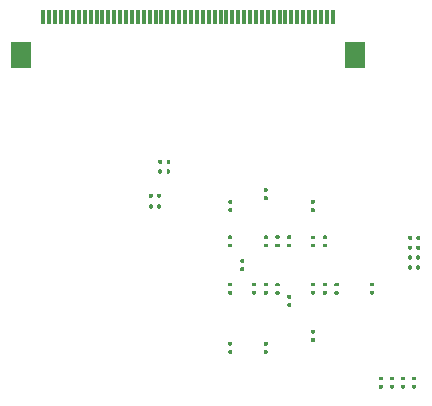
<source format=gbp>
G04 #@! TF.GenerationSoftware,KiCad,Pcbnew,(5.1.10-1-10_14)*
G04 #@! TF.CreationDate,2021-07-07T11:21:34+02:00*
G04 #@! TF.ProjectId,gb-fpga,67622d66-7067-4612-9e6b-696361645f70,rev?*
G04 #@! TF.SameCoordinates,Original*
G04 #@! TF.FileFunction,Paste,Bot*
G04 #@! TF.FilePolarity,Positive*
%FSLAX46Y46*%
G04 Gerber Fmt 4.6, Leading zero omitted, Abs format (unit mm)*
G04 Created by KiCad (PCBNEW (5.1.10-1-10_14)) date 2021-07-07 11:21:34*
%MOMM*%
%LPD*%
G01*
G04 APERTURE LIST*
%ADD10R,1.800000X2.200000*%
%ADD11R,0.300000X1.300000*%
G04 APERTURE END LIST*
D10*
X26350000Y68600000D03*
X54650000Y68600000D03*
D11*
X52750000Y71850000D03*
X52250000Y71850000D03*
X51750000Y71850000D03*
X51250000Y71850000D03*
X50750000Y71850000D03*
X50250000Y71850000D03*
X49750000Y71850000D03*
X49250000Y71850000D03*
X48750000Y71850000D03*
X48250000Y71850000D03*
X47750000Y71850000D03*
X47250000Y71850000D03*
X46750000Y71850000D03*
X46250000Y71850000D03*
X45750000Y71850000D03*
X45250000Y71850000D03*
X44750000Y71850000D03*
X44250000Y71850000D03*
X43750000Y71850000D03*
X43250000Y71850000D03*
X42750000Y71850000D03*
X42250000Y71850000D03*
X41750000Y71850000D03*
X41250000Y71850000D03*
X40750000Y71850000D03*
X40250000Y71850000D03*
X39750000Y71850000D03*
X39250000Y71850000D03*
X38750000Y71850000D03*
X38250000Y71850000D03*
X37750000Y71850000D03*
X37250000Y71850000D03*
X36750000Y71850000D03*
X36250000Y71850000D03*
X35750000Y71850000D03*
X35250000Y71850000D03*
X34750000Y71850000D03*
X34250000Y71850000D03*
X33750000Y71850000D03*
X33250000Y71850000D03*
X32750000Y71850000D03*
X32250000Y71850000D03*
X31750000Y71850000D03*
X31250000Y71850000D03*
X30750000Y71850000D03*
X30250000Y71850000D03*
X29750000Y71850000D03*
X29250000Y71850000D03*
X28750000Y71850000D03*
X28250000Y71850000D03*
G36*
G01*
X51974500Y49354000D02*
X52175500Y49354000D01*
G75*
G02*
X52255000Y49274500I0J-79500D01*
G01*
X52255000Y49115500D01*
G75*
G02*
X52175500Y49036000I-79500J0D01*
G01*
X51974500Y49036000D01*
G75*
G02*
X51895000Y49115500I0J79500D01*
G01*
X51895000Y49274500D01*
G75*
G02*
X51974500Y49354000I79500J0D01*
G01*
G37*
G36*
G01*
X51974500Y48664000D02*
X52175500Y48664000D01*
G75*
G02*
X52255000Y48584500I0J-79500D01*
G01*
X52255000Y48425500D01*
G75*
G02*
X52175500Y48346000I-79500J0D01*
G01*
X51974500Y48346000D01*
G75*
G02*
X51895000Y48425500I0J79500D01*
G01*
X51895000Y48584500D01*
G75*
G02*
X51974500Y48664000I79500J0D01*
G01*
G37*
G36*
G01*
X46175500Y49036000D02*
X45974500Y49036000D01*
G75*
G02*
X45895000Y49115500I0J79500D01*
G01*
X45895000Y49274500D01*
G75*
G02*
X45974500Y49354000I79500J0D01*
G01*
X46175500Y49354000D01*
G75*
G02*
X46255000Y49274500I0J-79500D01*
G01*
X46255000Y49115500D01*
G75*
G02*
X46175500Y49036000I-79500J0D01*
G01*
G37*
G36*
G01*
X46175500Y48346000D02*
X45974500Y48346000D01*
G75*
G02*
X45895000Y48425500I0J79500D01*
G01*
X45895000Y48584500D01*
G75*
G02*
X45974500Y48664000I79500J0D01*
G01*
X46175500Y48664000D01*
G75*
G02*
X46255000Y48584500I0J-79500D01*
G01*
X46255000Y48425500D01*
G75*
G02*
X46175500Y48346000I-79500J0D01*
G01*
G37*
G36*
G01*
X49175500Y47321000D02*
X48974500Y47321000D01*
G75*
G02*
X48895000Y47400500I0J79500D01*
G01*
X48895000Y47559500D01*
G75*
G02*
X48974500Y47639000I79500J0D01*
G01*
X49175500Y47639000D01*
G75*
G02*
X49255000Y47559500I0J-79500D01*
G01*
X49255000Y47400500D01*
G75*
G02*
X49175500Y47321000I-79500J0D01*
G01*
G37*
G36*
G01*
X49175500Y48011000D02*
X48974500Y48011000D01*
G75*
G02*
X48895000Y48090500I0J79500D01*
G01*
X48895000Y48249500D01*
G75*
G02*
X48974500Y48329000I79500J0D01*
G01*
X49175500Y48329000D01*
G75*
G02*
X49255000Y48249500I0J-79500D01*
G01*
X49255000Y48090500D01*
G75*
G02*
X49175500Y48011000I-79500J0D01*
G01*
G37*
G36*
G01*
X55974500Y48664000D02*
X56175500Y48664000D01*
G75*
G02*
X56255000Y48584500I0J-79500D01*
G01*
X56255000Y48425500D01*
G75*
G02*
X56175500Y48346000I-79500J0D01*
G01*
X55974500Y48346000D01*
G75*
G02*
X55895000Y48425500I0J79500D01*
G01*
X55895000Y48584500D01*
G75*
G02*
X55974500Y48664000I79500J0D01*
G01*
G37*
G36*
G01*
X55974500Y49354000D02*
X56175500Y49354000D01*
G75*
G02*
X56255000Y49274500I0J-79500D01*
G01*
X56255000Y49115500D01*
G75*
G02*
X56175500Y49036000I-79500J0D01*
G01*
X55974500Y49036000D01*
G75*
G02*
X55895000Y49115500I0J79500D01*
G01*
X55895000Y49274500D01*
G75*
G02*
X55974500Y49354000I79500J0D01*
G01*
G37*
G36*
G01*
X47175500Y53036000D02*
X46974500Y53036000D01*
G75*
G02*
X46895000Y53115500I0J79500D01*
G01*
X46895000Y53274500D01*
G75*
G02*
X46974500Y53354000I79500J0D01*
G01*
X47175500Y53354000D01*
G75*
G02*
X47255000Y53274500I0J-79500D01*
G01*
X47255000Y53115500D01*
G75*
G02*
X47175500Y53036000I-79500J0D01*
G01*
G37*
G36*
G01*
X47175500Y52346000D02*
X46974500Y52346000D01*
G75*
G02*
X46895000Y52425500I0J79500D01*
G01*
X46895000Y52584500D01*
G75*
G02*
X46974500Y52664000I79500J0D01*
G01*
X47175500Y52664000D01*
G75*
G02*
X47255000Y52584500I0J-79500D01*
G01*
X47255000Y52425500D01*
G75*
G02*
X47175500Y52346000I-79500J0D01*
G01*
G37*
G36*
G01*
X49175500Y52346000D02*
X48974500Y52346000D01*
G75*
G02*
X48895000Y52425500I0J79500D01*
G01*
X48895000Y52584500D01*
G75*
G02*
X48974500Y52664000I79500J0D01*
G01*
X49175500Y52664000D01*
G75*
G02*
X49255000Y52584500I0J-79500D01*
G01*
X49255000Y52425500D01*
G75*
G02*
X49175500Y52346000I-79500J0D01*
G01*
G37*
G36*
G01*
X49175500Y53036000D02*
X48974500Y53036000D01*
G75*
G02*
X48895000Y53115500I0J79500D01*
G01*
X48895000Y53274500D01*
G75*
G02*
X48974500Y53354000I79500J0D01*
G01*
X49175500Y53354000D01*
G75*
G02*
X49255000Y53274500I0J-79500D01*
G01*
X49255000Y53115500D01*
G75*
G02*
X49175500Y53036000I-79500J0D01*
G01*
G37*
G36*
G01*
X50974500Y52659000D02*
X51175500Y52659000D01*
G75*
G02*
X51255000Y52579500I0J-79500D01*
G01*
X51255000Y52420500D01*
G75*
G02*
X51175500Y52341000I-79500J0D01*
G01*
X50974500Y52341000D01*
G75*
G02*
X50895000Y52420500I0J79500D01*
G01*
X50895000Y52579500D01*
G75*
G02*
X50974500Y52659000I79500J0D01*
G01*
G37*
G36*
G01*
X50974500Y53349000D02*
X51175500Y53349000D01*
G75*
G02*
X51255000Y53269500I0J-79500D01*
G01*
X51255000Y53110500D01*
G75*
G02*
X51175500Y53031000I-79500J0D01*
G01*
X50974500Y53031000D01*
G75*
G02*
X50895000Y53110500I0J79500D01*
G01*
X50895000Y53269500D01*
G75*
G02*
X50974500Y53349000I79500J0D01*
G01*
G37*
G36*
G01*
X48175500Y48346000D02*
X47974500Y48346000D01*
G75*
G02*
X47895000Y48425500I0J79500D01*
G01*
X47895000Y48584500D01*
G75*
G02*
X47974500Y48664000I79500J0D01*
G01*
X48175500Y48664000D01*
G75*
G02*
X48255000Y48584500I0J-79500D01*
G01*
X48255000Y48425500D01*
G75*
G02*
X48175500Y48346000I-79500J0D01*
G01*
G37*
G36*
G01*
X48175500Y49036000D02*
X47974500Y49036000D01*
G75*
G02*
X47895000Y49115500I0J79500D01*
G01*
X47895000Y49274500D01*
G75*
G02*
X47974500Y49354000I79500J0D01*
G01*
X48175500Y49354000D01*
G75*
G02*
X48255000Y49274500I0J-79500D01*
G01*
X48255000Y49115500D01*
G75*
G02*
X48175500Y49036000I-79500J0D01*
G01*
G37*
G36*
G01*
X47974500Y52664000D02*
X48175500Y52664000D01*
G75*
G02*
X48255000Y52584500I0J-79500D01*
G01*
X48255000Y52425500D01*
G75*
G02*
X48175500Y52346000I-79500J0D01*
G01*
X47974500Y52346000D01*
G75*
G02*
X47895000Y52425500I0J79500D01*
G01*
X47895000Y52584500D01*
G75*
G02*
X47974500Y52664000I79500J0D01*
G01*
G37*
G36*
G01*
X47974500Y53354000D02*
X48175500Y53354000D01*
G75*
G02*
X48255000Y53274500I0J-79500D01*
G01*
X48255000Y53115500D01*
G75*
G02*
X48175500Y53036000I-79500J0D01*
G01*
X47974500Y53036000D01*
G75*
G02*
X47895000Y53115500I0J79500D01*
G01*
X47895000Y53274500D01*
G75*
G02*
X47974500Y53354000I79500J0D01*
G01*
G37*
G36*
G01*
X51175500Y48346000D02*
X50974500Y48346000D01*
G75*
G02*
X50895000Y48425500I0J79500D01*
G01*
X50895000Y48584500D01*
G75*
G02*
X50974500Y48664000I79500J0D01*
G01*
X51175500Y48664000D01*
G75*
G02*
X51255000Y48584500I0J-79500D01*
G01*
X51255000Y48425500D01*
G75*
G02*
X51175500Y48346000I-79500J0D01*
G01*
G37*
G36*
G01*
X51175500Y49036000D02*
X50974500Y49036000D01*
G75*
G02*
X50895000Y49115500I0J79500D01*
G01*
X50895000Y49274500D01*
G75*
G02*
X50974500Y49354000I79500J0D01*
G01*
X51175500Y49354000D01*
G75*
G02*
X51255000Y49274500I0J-79500D01*
G01*
X51255000Y49115500D01*
G75*
G02*
X51175500Y49036000I-79500J0D01*
G01*
G37*
G36*
G01*
X52175500Y53036000D02*
X51974500Y53036000D01*
G75*
G02*
X51895000Y53115500I0J79500D01*
G01*
X51895000Y53274500D01*
G75*
G02*
X51974500Y53354000I79500J0D01*
G01*
X52175500Y53354000D01*
G75*
G02*
X52255000Y53274500I0J-79500D01*
G01*
X52255000Y53115500D01*
G75*
G02*
X52175500Y53036000I-79500J0D01*
G01*
G37*
G36*
G01*
X52175500Y52346000D02*
X51974500Y52346000D01*
G75*
G02*
X51895000Y52425500I0J79500D01*
G01*
X51895000Y52584500D01*
G75*
G02*
X51974500Y52664000I79500J0D01*
G01*
X52175500Y52664000D01*
G75*
G02*
X52255000Y52584500I0J-79500D01*
G01*
X52255000Y52425500D01*
G75*
G02*
X52175500Y52346000I-79500J0D01*
G01*
G37*
G36*
G01*
X46974500Y48664000D02*
X47175500Y48664000D01*
G75*
G02*
X47255000Y48584500I0J-79500D01*
G01*
X47255000Y48425500D01*
G75*
G02*
X47175500Y48346000I-79500J0D01*
G01*
X46974500Y48346000D01*
G75*
G02*
X46895000Y48425500I0J79500D01*
G01*
X46895000Y48584500D01*
G75*
G02*
X46974500Y48664000I79500J0D01*
G01*
G37*
G36*
G01*
X46974500Y49354000D02*
X47175500Y49354000D01*
G75*
G02*
X47255000Y49274500I0J-79500D01*
G01*
X47255000Y49115500D01*
G75*
G02*
X47175500Y49036000I-79500J0D01*
G01*
X46974500Y49036000D01*
G75*
G02*
X46895000Y49115500I0J79500D01*
G01*
X46895000Y49274500D01*
G75*
G02*
X46974500Y49354000I79500J0D01*
G01*
G37*
G36*
G01*
X53175500Y48351000D02*
X52974500Y48351000D01*
G75*
G02*
X52895000Y48430500I0J79500D01*
G01*
X52895000Y48589500D01*
G75*
G02*
X52974500Y48669000I79500J0D01*
G01*
X53175500Y48669000D01*
G75*
G02*
X53255000Y48589500I0J-79500D01*
G01*
X53255000Y48430500D01*
G75*
G02*
X53175500Y48351000I-79500J0D01*
G01*
G37*
G36*
G01*
X53175500Y49041000D02*
X52974500Y49041000D01*
G75*
G02*
X52895000Y49120500I0J79500D01*
G01*
X52895000Y49279500D01*
G75*
G02*
X52974500Y49359000I79500J0D01*
G01*
X53175500Y49359000D01*
G75*
G02*
X53255000Y49279500I0J-79500D01*
G01*
X53255000Y49120500D01*
G75*
G02*
X53175500Y49041000I-79500J0D01*
G01*
G37*
G36*
G01*
X39004000Y59700500D02*
X39004000Y59499500D01*
G75*
G02*
X38924500Y59420000I-79500J0D01*
G01*
X38765500Y59420000D01*
G75*
G02*
X38686000Y59499500I0J79500D01*
G01*
X38686000Y59700500D01*
G75*
G02*
X38765500Y59780000I79500J0D01*
G01*
X38924500Y59780000D01*
G75*
G02*
X39004000Y59700500I0J-79500D01*
G01*
G37*
G36*
G01*
X38314000Y59700500D02*
X38314000Y59499500D01*
G75*
G02*
X38234500Y59420000I-79500J0D01*
G01*
X38075500Y59420000D01*
G75*
G02*
X37996000Y59499500I0J79500D01*
G01*
X37996000Y59700500D01*
G75*
G02*
X38075500Y59780000I79500J0D01*
G01*
X38234500Y59780000D01*
G75*
G02*
X38314000Y59700500I0J-79500D01*
G01*
G37*
G36*
G01*
X59836000Y52219500D02*
X59836000Y52420500D01*
G75*
G02*
X59915500Y52500000I79500J0D01*
G01*
X60074500Y52500000D01*
G75*
G02*
X60154000Y52420500I0J-79500D01*
G01*
X60154000Y52219500D01*
G75*
G02*
X60074500Y52140000I-79500J0D01*
G01*
X59915500Y52140000D01*
G75*
G02*
X59836000Y52219500I0J79500D01*
G01*
G37*
G36*
G01*
X59146000Y52219500D02*
X59146000Y52420500D01*
G75*
G02*
X59225500Y52500000I79500J0D01*
G01*
X59384500Y52500000D01*
G75*
G02*
X59464000Y52420500I0J-79500D01*
G01*
X59464000Y52219500D01*
G75*
G02*
X59384500Y52140000I-79500J0D01*
G01*
X59225500Y52140000D01*
G75*
G02*
X59146000Y52219500I0J79500D01*
G01*
G37*
G36*
G01*
X57659500Y40704000D02*
X57860500Y40704000D01*
G75*
G02*
X57940000Y40624500I0J-79500D01*
G01*
X57940000Y40465500D01*
G75*
G02*
X57860500Y40386000I-79500J0D01*
G01*
X57659500Y40386000D01*
G75*
G02*
X57580000Y40465500I0J79500D01*
G01*
X57580000Y40624500D01*
G75*
G02*
X57659500Y40704000I79500J0D01*
G01*
G37*
G36*
G01*
X57659500Y41394000D02*
X57860500Y41394000D01*
G75*
G02*
X57940000Y41314500I0J-79500D01*
G01*
X57940000Y41155500D01*
G75*
G02*
X57860500Y41076000I-79500J0D01*
G01*
X57659500Y41076000D01*
G75*
G02*
X57580000Y41155500I0J79500D01*
G01*
X57580000Y41314500D01*
G75*
G02*
X57659500Y41394000I79500J0D01*
G01*
G37*
G36*
G01*
X43974500Y44354000D02*
X44175500Y44354000D01*
G75*
G02*
X44255000Y44274500I0J-79500D01*
G01*
X44255000Y44115500D01*
G75*
G02*
X44175500Y44036000I-79500J0D01*
G01*
X43974500Y44036000D01*
G75*
G02*
X43895000Y44115500I0J79500D01*
G01*
X43895000Y44274500D01*
G75*
G02*
X43974500Y44354000I79500J0D01*
G01*
G37*
G36*
G01*
X43974500Y43664000D02*
X44175500Y43664000D01*
G75*
G02*
X44255000Y43584500I0J-79500D01*
G01*
X44255000Y43425500D01*
G75*
G02*
X44175500Y43346000I-79500J0D01*
G01*
X43974500Y43346000D01*
G75*
G02*
X43895000Y43425500I0J79500D01*
G01*
X43895000Y43584500D01*
G75*
G02*
X43974500Y43664000I79500J0D01*
G01*
G37*
G36*
G01*
X44974500Y51354000D02*
X45175500Y51354000D01*
G75*
G02*
X45255000Y51274500I0J-79500D01*
G01*
X45255000Y51115500D01*
G75*
G02*
X45175500Y51036000I-79500J0D01*
G01*
X44974500Y51036000D01*
G75*
G02*
X44895000Y51115500I0J79500D01*
G01*
X44895000Y51274500D01*
G75*
G02*
X44974500Y51354000I79500J0D01*
G01*
G37*
G36*
G01*
X44974500Y50664000D02*
X45175500Y50664000D01*
G75*
G02*
X45255000Y50584500I0J-79500D01*
G01*
X45255000Y50425500D01*
G75*
G02*
X45175500Y50346000I-79500J0D01*
G01*
X44974500Y50346000D01*
G75*
G02*
X44895000Y50425500I0J79500D01*
G01*
X44895000Y50584500D01*
G75*
G02*
X44974500Y50664000I79500J0D01*
G01*
G37*
G36*
G01*
X43974500Y48664000D02*
X44175500Y48664000D01*
G75*
G02*
X44255000Y48584500I0J-79500D01*
G01*
X44255000Y48425500D01*
G75*
G02*
X44175500Y48346000I-79500J0D01*
G01*
X43974500Y48346000D01*
G75*
G02*
X43895000Y48425500I0J79500D01*
G01*
X43895000Y48584500D01*
G75*
G02*
X43974500Y48664000I79500J0D01*
G01*
G37*
G36*
G01*
X43974500Y49354000D02*
X44175500Y49354000D01*
G75*
G02*
X44255000Y49274500I0J-79500D01*
G01*
X44255000Y49115500D01*
G75*
G02*
X44175500Y49036000I-79500J0D01*
G01*
X43974500Y49036000D01*
G75*
G02*
X43895000Y49115500I0J79500D01*
G01*
X43895000Y49274500D01*
G75*
G02*
X43974500Y49354000I79500J0D01*
G01*
G37*
G36*
G01*
X51175500Y44346000D02*
X50974500Y44346000D01*
G75*
G02*
X50895000Y44425500I0J79500D01*
G01*
X50895000Y44584500D01*
G75*
G02*
X50974500Y44664000I79500J0D01*
G01*
X51175500Y44664000D01*
G75*
G02*
X51255000Y44584500I0J-79500D01*
G01*
X51255000Y44425500D01*
G75*
G02*
X51175500Y44346000I-79500J0D01*
G01*
G37*
G36*
G01*
X51175500Y45036000D02*
X50974500Y45036000D01*
G75*
G02*
X50895000Y45115500I0J79500D01*
G01*
X50895000Y45274500D01*
G75*
G02*
X50974500Y45354000I79500J0D01*
G01*
X51175500Y45354000D01*
G75*
G02*
X51255000Y45274500I0J-79500D01*
G01*
X51255000Y45115500D01*
G75*
G02*
X51175500Y45036000I-79500J0D01*
G01*
G37*
G36*
G01*
X56719500Y40704000D02*
X56920500Y40704000D01*
G75*
G02*
X57000000Y40624500I0J-79500D01*
G01*
X57000000Y40465500D01*
G75*
G02*
X56920500Y40386000I-79500J0D01*
G01*
X56719500Y40386000D01*
G75*
G02*
X56640000Y40465500I0J79500D01*
G01*
X56640000Y40624500D01*
G75*
G02*
X56719500Y40704000I79500J0D01*
G01*
G37*
G36*
G01*
X56719500Y41394000D02*
X56920500Y41394000D01*
G75*
G02*
X57000000Y41314500I0J-79500D01*
G01*
X57000000Y41155500D01*
G75*
G02*
X56920500Y41076000I-79500J0D01*
G01*
X56719500Y41076000D01*
G75*
G02*
X56640000Y41155500I0J79500D01*
G01*
X56640000Y41314500D01*
G75*
G02*
X56719500Y41394000I79500J0D01*
G01*
G37*
G36*
G01*
X58589500Y41394000D02*
X58790500Y41394000D01*
G75*
G02*
X58870000Y41314500I0J-79500D01*
G01*
X58870000Y41155500D01*
G75*
G02*
X58790500Y41076000I-79500J0D01*
G01*
X58589500Y41076000D01*
G75*
G02*
X58510000Y41155500I0J79500D01*
G01*
X58510000Y41314500D01*
G75*
G02*
X58589500Y41394000I79500J0D01*
G01*
G37*
G36*
G01*
X58589500Y40704000D02*
X58790500Y40704000D01*
G75*
G02*
X58870000Y40624500I0J-79500D01*
G01*
X58870000Y40465500D01*
G75*
G02*
X58790500Y40386000I-79500J0D01*
G01*
X58589500Y40386000D01*
G75*
G02*
X58510000Y40465500I0J79500D01*
G01*
X58510000Y40624500D01*
G75*
G02*
X58589500Y40704000I79500J0D01*
G01*
G37*
G36*
G01*
X59146000Y51379500D02*
X59146000Y51580500D01*
G75*
G02*
X59225500Y51660000I79500J0D01*
G01*
X59384500Y51660000D01*
G75*
G02*
X59464000Y51580500I0J-79500D01*
G01*
X59464000Y51379500D01*
G75*
G02*
X59384500Y51300000I-79500J0D01*
G01*
X59225500Y51300000D01*
G75*
G02*
X59146000Y51379500I0J79500D01*
G01*
G37*
G36*
G01*
X59836000Y51379500D02*
X59836000Y51580500D01*
G75*
G02*
X59915500Y51660000I79500J0D01*
G01*
X60074500Y51660000D01*
G75*
G02*
X60154000Y51580500I0J-79500D01*
G01*
X60154000Y51379500D01*
G75*
G02*
X60074500Y51300000I-79500J0D01*
G01*
X59915500Y51300000D01*
G75*
G02*
X59836000Y51379500I0J79500D01*
G01*
G37*
G36*
G01*
X44175500Y53036000D02*
X43974500Y53036000D01*
G75*
G02*
X43895000Y53115500I0J79500D01*
G01*
X43895000Y53274500D01*
G75*
G02*
X43974500Y53354000I79500J0D01*
G01*
X44175500Y53354000D01*
G75*
G02*
X44255000Y53274500I0J-79500D01*
G01*
X44255000Y53115500D01*
G75*
G02*
X44175500Y53036000I-79500J0D01*
G01*
G37*
G36*
G01*
X44175500Y52346000D02*
X43974500Y52346000D01*
G75*
G02*
X43895000Y52425500I0J79500D01*
G01*
X43895000Y52584500D01*
G75*
G02*
X43974500Y52664000I79500J0D01*
G01*
X44175500Y52664000D01*
G75*
G02*
X44255000Y52584500I0J-79500D01*
G01*
X44255000Y52425500D01*
G75*
G02*
X44175500Y52346000I-79500J0D01*
G01*
G37*
G36*
G01*
X43974500Y55664000D02*
X44175500Y55664000D01*
G75*
G02*
X44255000Y55584500I0J-79500D01*
G01*
X44255000Y55425500D01*
G75*
G02*
X44175500Y55346000I-79500J0D01*
G01*
X43974500Y55346000D01*
G75*
G02*
X43895000Y55425500I0J79500D01*
G01*
X43895000Y55584500D01*
G75*
G02*
X43974500Y55664000I79500J0D01*
G01*
G37*
G36*
G01*
X43974500Y56354000D02*
X44175500Y56354000D01*
G75*
G02*
X44255000Y56274500I0J-79500D01*
G01*
X44255000Y56115500D01*
G75*
G02*
X44175500Y56036000I-79500J0D01*
G01*
X43974500Y56036000D01*
G75*
G02*
X43895000Y56115500I0J79500D01*
G01*
X43895000Y56274500D01*
G75*
G02*
X43974500Y56354000I79500J0D01*
G01*
G37*
G36*
G01*
X47175500Y56346000D02*
X46974500Y56346000D01*
G75*
G02*
X46895000Y56425500I0J79500D01*
G01*
X46895000Y56584500D01*
G75*
G02*
X46974500Y56664000I79500J0D01*
G01*
X47175500Y56664000D01*
G75*
G02*
X47255000Y56584500I0J-79500D01*
G01*
X47255000Y56425500D01*
G75*
G02*
X47175500Y56346000I-79500J0D01*
G01*
G37*
G36*
G01*
X47175500Y57036000D02*
X46974500Y57036000D01*
G75*
G02*
X46895000Y57115500I0J79500D01*
G01*
X46895000Y57274500D01*
G75*
G02*
X46974500Y57354000I79500J0D01*
G01*
X47175500Y57354000D01*
G75*
G02*
X47255000Y57274500I0J-79500D01*
G01*
X47255000Y57115500D01*
G75*
G02*
X47175500Y57036000I-79500J0D01*
G01*
G37*
G36*
G01*
X59519500Y40704000D02*
X59720500Y40704000D01*
G75*
G02*
X59800000Y40624500I0J-79500D01*
G01*
X59800000Y40465500D01*
G75*
G02*
X59720500Y40386000I-79500J0D01*
G01*
X59519500Y40386000D01*
G75*
G02*
X59440000Y40465500I0J79500D01*
G01*
X59440000Y40624500D01*
G75*
G02*
X59519500Y40704000I79500J0D01*
G01*
G37*
G36*
G01*
X59519500Y41394000D02*
X59720500Y41394000D01*
G75*
G02*
X59800000Y41314500I0J-79500D01*
G01*
X59800000Y41155500D01*
G75*
G02*
X59720500Y41076000I-79500J0D01*
G01*
X59519500Y41076000D01*
G75*
G02*
X59440000Y41155500I0J79500D01*
G01*
X59440000Y41314500D01*
G75*
G02*
X59519500Y41394000I79500J0D01*
G01*
G37*
G36*
G01*
X59146000Y53049500D02*
X59146000Y53250500D01*
G75*
G02*
X59225500Y53330000I79500J0D01*
G01*
X59384500Y53330000D01*
G75*
G02*
X59464000Y53250500I0J-79500D01*
G01*
X59464000Y53049500D01*
G75*
G02*
X59384500Y52970000I-79500J0D01*
G01*
X59225500Y52970000D01*
G75*
G02*
X59146000Y53049500I0J79500D01*
G01*
G37*
G36*
G01*
X59836000Y53049500D02*
X59836000Y53250500D01*
G75*
G02*
X59915500Y53330000I79500J0D01*
G01*
X60074500Y53330000D01*
G75*
G02*
X60154000Y53250500I0J-79500D01*
G01*
X60154000Y53049500D01*
G75*
G02*
X60074500Y52970000I-79500J0D01*
G01*
X59915500Y52970000D01*
G75*
G02*
X59836000Y53049500I0J79500D01*
G01*
G37*
G36*
G01*
X38204000Y56810500D02*
X38204000Y56609500D01*
G75*
G02*
X38124500Y56530000I-79500J0D01*
G01*
X37965500Y56530000D01*
G75*
G02*
X37886000Y56609500I0J79500D01*
G01*
X37886000Y56810500D01*
G75*
G02*
X37965500Y56890000I79500J0D01*
G01*
X38124500Y56890000D01*
G75*
G02*
X38204000Y56810500I0J-79500D01*
G01*
G37*
G36*
G01*
X37514000Y56810500D02*
X37514000Y56609500D01*
G75*
G02*
X37434500Y56530000I-79500J0D01*
G01*
X37275500Y56530000D01*
G75*
G02*
X37196000Y56609500I0J79500D01*
G01*
X37196000Y56810500D01*
G75*
G02*
X37275500Y56890000I79500J0D01*
G01*
X37434500Y56890000D01*
G75*
G02*
X37514000Y56810500I0J-79500D01*
G01*
G37*
G36*
G01*
X38304000Y58870500D02*
X38304000Y58669500D01*
G75*
G02*
X38224500Y58590000I-79500J0D01*
G01*
X38065500Y58590000D01*
G75*
G02*
X37986000Y58669500I0J79500D01*
G01*
X37986000Y58870500D01*
G75*
G02*
X38065500Y58950000I79500J0D01*
G01*
X38224500Y58950000D01*
G75*
G02*
X38304000Y58870500I0J-79500D01*
G01*
G37*
G36*
G01*
X38994000Y58870500D02*
X38994000Y58669500D01*
G75*
G02*
X38914500Y58590000I-79500J0D01*
G01*
X38755500Y58590000D01*
G75*
G02*
X38676000Y58669500I0J79500D01*
G01*
X38676000Y58870500D01*
G75*
G02*
X38755500Y58950000I79500J0D01*
G01*
X38914500Y58950000D01*
G75*
G02*
X38994000Y58870500I0J-79500D01*
G01*
G37*
G36*
G01*
X59836000Y50539500D02*
X59836000Y50740500D01*
G75*
G02*
X59915500Y50820000I79500J0D01*
G01*
X60074500Y50820000D01*
G75*
G02*
X60154000Y50740500I0J-79500D01*
G01*
X60154000Y50539500D01*
G75*
G02*
X60074500Y50460000I-79500J0D01*
G01*
X59915500Y50460000D01*
G75*
G02*
X59836000Y50539500I0J79500D01*
G01*
G37*
G36*
G01*
X59146000Y50539500D02*
X59146000Y50740500D01*
G75*
G02*
X59225500Y50820000I79500J0D01*
G01*
X59384500Y50820000D01*
G75*
G02*
X59464000Y50740500I0J-79500D01*
G01*
X59464000Y50539500D01*
G75*
G02*
X59384500Y50460000I-79500J0D01*
G01*
X59225500Y50460000D01*
G75*
G02*
X59146000Y50539500I0J79500D01*
G01*
G37*
G36*
G01*
X50974500Y55664000D02*
X51175500Y55664000D01*
G75*
G02*
X51255000Y55584500I0J-79500D01*
G01*
X51255000Y55425500D01*
G75*
G02*
X51175500Y55346000I-79500J0D01*
G01*
X50974500Y55346000D01*
G75*
G02*
X50895000Y55425500I0J79500D01*
G01*
X50895000Y55584500D01*
G75*
G02*
X50974500Y55664000I79500J0D01*
G01*
G37*
G36*
G01*
X50974500Y56354000D02*
X51175500Y56354000D01*
G75*
G02*
X51255000Y56274500I0J-79500D01*
G01*
X51255000Y56115500D01*
G75*
G02*
X51175500Y56036000I-79500J0D01*
G01*
X50974500Y56036000D01*
G75*
G02*
X50895000Y56115500I0J79500D01*
G01*
X50895000Y56274500D01*
G75*
G02*
X50974500Y56354000I79500J0D01*
G01*
G37*
G36*
G01*
X38184000Y55910500D02*
X38184000Y55709500D01*
G75*
G02*
X38104500Y55630000I-79500J0D01*
G01*
X37945500Y55630000D01*
G75*
G02*
X37866000Y55709500I0J79500D01*
G01*
X37866000Y55910500D01*
G75*
G02*
X37945500Y55990000I79500J0D01*
G01*
X38104500Y55990000D01*
G75*
G02*
X38184000Y55910500I0J-79500D01*
G01*
G37*
G36*
G01*
X37494000Y55910500D02*
X37494000Y55709500D01*
G75*
G02*
X37414500Y55630000I-79500J0D01*
G01*
X37255500Y55630000D01*
G75*
G02*
X37176000Y55709500I0J79500D01*
G01*
X37176000Y55910500D01*
G75*
G02*
X37255500Y55990000I79500J0D01*
G01*
X37414500Y55990000D01*
G75*
G02*
X37494000Y55910500I0J-79500D01*
G01*
G37*
G36*
G01*
X46974500Y44354000D02*
X47175500Y44354000D01*
G75*
G02*
X47255000Y44274500I0J-79500D01*
G01*
X47255000Y44115500D01*
G75*
G02*
X47175500Y44036000I-79500J0D01*
G01*
X46974500Y44036000D01*
G75*
G02*
X46895000Y44115500I0J79500D01*
G01*
X46895000Y44274500D01*
G75*
G02*
X46974500Y44354000I79500J0D01*
G01*
G37*
G36*
G01*
X46974500Y43664000D02*
X47175500Y43664000D01*
G75*
G02*
X47255000Y43584500I0J-79500D01*
G01*
X47255000Y43425500D01*
G75*
G02*
X47175500Y43346000I-79500J0D01*
G01*
X46974500Y43346000D01*
G75*
G02*
X46895000Y43425500I0J79500D01*
G01*
X46895000Y43584500D01*
G75*
G02*
X46974500Y43664000I79500J0D01*
G01*
G37*
M02*

</source>
